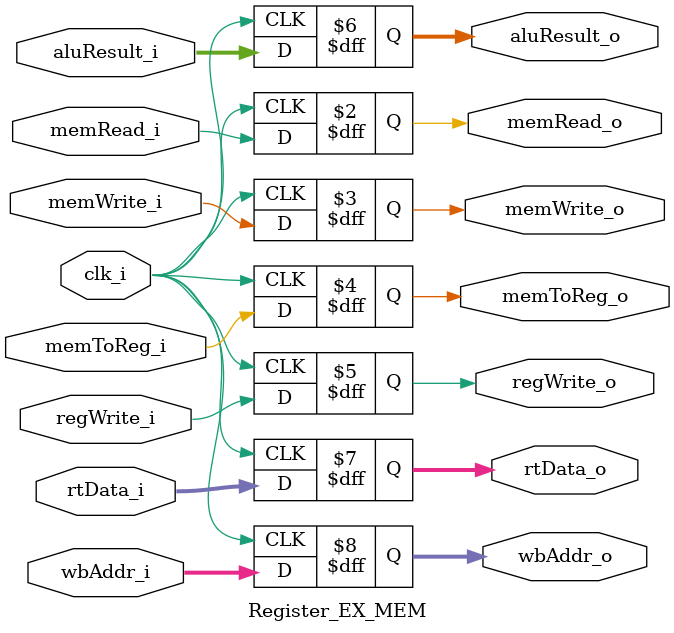
<source format=v>
module Register_EX_MEM
(
    clk_i,

    memRead_i,
    memWrite_i,
    memToReg_i,
    regWrite_i,
    aluResult_i,
    rtData_i,
    wbAddr_i,

    memRead_o,
    memWrite_o,
    memToReg_o,
    regWrite_o,
    aluResult_o,
    rtData_o,
    wbAddr_o
);

// Interface
input               clk_i;
input               memRead_i;
input               memWrite_i;
input               memToReg_i;
input               regWrite_i;
input       [31:0]  aluResult_i;
input       [31:0]  rtData_i;
input       [4:0]   wbAddr_i;

output  reg         memRead_o;
output  reg         memWrite_o;
output  reg         memToReg_o;
output  reg         regWrite_o;
output  reg  [31:0] aluResult_o;
output  reg  [31:0] rtData_o;
output  reg  [4:0]  wbAddr_o;

// Calculation
always @ (posedge clk_i ) begin
    if(clk_i)begin
        memRead_o   <= memRead_i;
        memWrite_o <= memWrite_i;
        memToReg_o  <= memToReg_i;
        regWrite_o  <= regWrite_i;
        aluResult_o <= aluResult_i;
        rtData_o   <= rtData_i;
        wbAddr_o    <= wbAddr_i;
    end
end

endmodule
</source>
